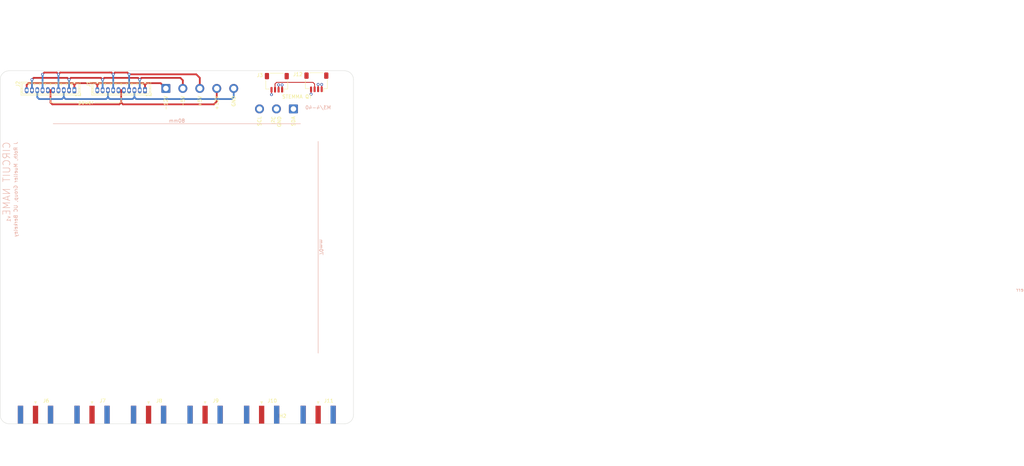
<source format=kicad_pcb>
(kicad_pcb (version 20240108) (generator "pcbnew") (generator_version "8.0")
  (layers (0 "F.Cu" signal) (1 "In1.Cu" signal) (2 "In2.Cu" signal) (31 "B.Cu" signal) (34 "B.Paste" user) (35 "F.Paste" user) (36 "B.SilkS" user "B.Silkscreen") (37 "F.SilkS" user "F.Silkscreen") (38 "B.Mask" user) (39 "F.Mask" user) (44 "Edge.Cuts" user))
  (net 0 "")
  (net 1 "GND")
  (net 2 "+5V")
  (net 3 "-5V")
  (net 4 "+12V")
  (net 5 "-12V")
  (net 6 "/I2C_SDA")
  (net 7 "/I2C_SCL")
  (net 18 "VBUS")
  (net 19 "GNDS")
  (footprint "Connector_Coaxial:SMA_Amphenol_132289_EdgeMount" (layer "F.Cu") (at 190 147.45 -90)
    (property "Reference" "J11" (at -3.96 -3 0) (layer "F.SilkS"))
    (property "Value" "Conn_Coaxial")
    (fp_line (start -3.71 0.25) (end -3.21 0) (stroke (width 0.12)) (layer "F.SilkS"))
    (fp_line (start -3.21 0) (end -3.71 -0.25) (stroke (width 0.12)) (layer "F.SilkS"))
    (fp_line (start -3.71 -0.25) (end -3.71 0.25) (stroke (width 0.12)) (layer "F.SilkS"))
    (pad "1" smd rect (at 0 0) (size 1.5 5.08) (layers "F.Cu" "F.Paste" "F.Mask"))
    (pad "2" smd rect (at 0 -4.25) (size 1.5 5.08) (layers "F.Cu" "F.Paste" "F.Mask"))
    (pad "2" smd rect (at 0 -4.25) (size 1.5 5.08) (layers "B.Cu" "B.Paste" "B.Mask"))
    (pad "2" smd rect (at 0 4.25) (size 1.5 5.08) (layers "F.Cu" "F.Paste" "F.Mask"))
    (pad "2" smd rect (at 0 4.25) (size 1.5 5.08) (layers "B.Cu" "B.Paste" "B.Mask"))
  )
  (footprint "Connector_Wire:SolderWire-0.75sqmm_1x05_P4.8mm_D1.25mm_OD2.3mm" (layer "F.Cu") (at 146.9 55)
    (property "Reference" "J4" (hide yes))
    (property "Value" "Conn_01x05")
    (pad "1" thru_hole roundrect (at 0 0) (size 2.55 2.55) (drill 1.55) (layers "*.Cu" "*.Mask") (roundrect_rratio 0.098039) (net 5 "-12V"))
    (pad "2" thru_hole circle (at 4.8 0) (size 2.55 2.55) (drill 1.55) (layers "*.Cu" "*.Mask") (net 3 "-5V"))
    (pad "3" thru_hole circle (at 9.6 0) (size 2.55 2.55) (drill 1.55) (layers "*.Cu" "*.Mask") (net 2 "+5V"))
    (pad "4" thru_hole circle (at 14.4 0) (size 2.55 2.55) (drill 1.55) (layers "*.Cu" "*.Mask") (net 4 "+12V"))
    (pad "5" thru_hole circle (at 19.2 0) (size 2.55 2.55) (drill 1.55) (layers "*.Cu" "*.Mask") (net 1 "GND"))
  )
  (footprint "Connector_JST:JST_ZH_B10B-ZR_1x10_P1.50mm_Vertical" (layer "F.Cu") (at 141 55.5 180)
    (property "Reference" "J1" (at 16 1.75 -90) (layer "F.SilkS"))
    (property "Value" "Conn_01x10_Pin")
    (fp_line (start 15.11 2.31) (end 15.11 -1.41) (stroke (width 0.12)) (layer "F.SilkS"))
    (fp_line (start 15.11 0.5) (end 14.71 0.5) (stroke (width 0.12)) (layer "F.SilkS"))
    (fp_line (start 15.11 -0.5) (end 14.71 -0.5) (stroke (width 0.12)) (layer "F.SilkS"))
    (fp_line (start 15.11 -1.41) (end -1.61 -1.41) (stroke (width 0.12)) (layer "F.SilkS"))
    (fp_line (start 14.71 1.91) (end 14.71 -1.01) (stroke (width 0.12)) (layer "F.SilkS"))
    (fp_line (start 14.71 -1.01) (end -1.21 -1.01) (stroke (width 0.12)) (layer "F.SilkS"))
    (fp_line (start 12.85 1.51) (end 12.85 1.91) (stroke (width 0.12)) (layer "F.SilkS"))
    (fp_line (start 12.75 1.91) (end 12.75 1.51) (stroke (width 0.12)) (layer "F.SilkS"))
    (fp_line (start 12.65 1.91) (end 12.65 1.51) (stroke (width 0.12)) (layer "F.SilkS"))
    (fp_line (start 12.65 1.51) (end 12.85 1.51) (stroke (width 0.12)) (layer "F.SilkS"))
    (fp_line (start 11.35 1.51) (end 11.35 1.91) (stroke (width 0.12)) (layer "F.SilkS"))
    (fp_line (start 11.25 1.91) (end 11.25 1.51) (stroke (width 0.12)) (layer "F.SilkS"))
    (fp_line (start 11.15 1.91) (end 11.15 1.51) (stroke (width 0.12)) (layer "F.SilkS"))
    (fp_line (start 11.15 1.51) (end 11.35 1.51) (stroke (width 0.12)) (layer "F.SilkS"))
    (fp_line (start 9.85 1.51) (end 9.85 1.91) (stroke (width 0.12)) (layer "F.SilkS"))
    (fp_line (start 9.75 1.91) (end 9.75 1.51) (stroke (width 0.12)) (layer "F.SilkS"))
    (fp_line (start 9.65 1.91) (end 9.65 1.51) (stroke (width 0.12)) (layer "F.SilkS"))
    (fp_line (start 9.65 1.51) (end 9.85 1.51) (stroke (width 0.12)) (layer "F.SilkS"))
    (fp_line (start 8.35 1.51) (end 8.35 1.91) (stroke (width 0.12)) (layer "F.SilkS"))
    (fp_line (start 8.25 1.91) (end 8.25 1.51) (stroke (width 0.12)) (layer "F.SilkS"))
    (fp_line (start 8.15 1.91) (end 8.15 1.51) (stroke (width 0.12)) (layer "F.SilkS"))
    (fp_line (start 8.15 1.51) (end 8.35 1.51) (stroke (width 0.12)) (layer "F.SilkS"))
    (fp_line (start 6.85 1.51) (end 6.85 1.91) (stroke (width 0.12)) (layer "F.SilkS"))
    (fp_line (start 6.75 1.91) (end 6.75 1.51) (stroke (width 0.12)) (layer "F.SilkS"))
    (fp_line (start 6.65 1.91) (end 6.65 1.51) (stroke (width 0.12)) (layer "F.SilkS"))
    (fp_line (start 6.65 1.51) (end 6.85 1.51) (stroke (width 0.12)) (layer "F.SilkS"))
    (fp_line (start 5.35 1.51) (end 5.35 1.91) (stroke (width 0.12)) (layer "F.SilkS"))
    (fp_line (start 5.25 1.91) (end 5.25 1.51) (stroke (width 0.12)) (layer "F.SilkS"))
    (fp_line (start 5.15 1.91) (end 5.15 1.51) (stroke (width 0.12)) (layer "F.SilkS"))
    (fp_line (start 5.15 1.51) (end 5.35 1.51) (stroke (width 0.12)) (layer "F.SilkS"))
    (fp_line (start 3.85 1.51) (end 3.85 1.91) (stroke (width 0.12)) (layer "F.SilkS"))
    (fp_line (start 3.75 1.91) (end 3.75 1.51) (stroke (width 0.12)) (layer "F.SilkS"))
    (fp_line (start 3.65 1.91) (end 3.65 1.51) (stroke (width 0.12)) (layer "F.SilkS"))
    (fp_line (start 3.65 1.51) (end 3.85 1.51) (stroke (width 0.12)) (layer "F.SilkS"))
    (fp_line (start 2.35 1.51) (end 2.35 1.91) (stroke (width 0.12)) (layer "F.SilkS"))
    (fp_line (start 2.25 1.91) (end 2.25 1.51) (stroke (width 0.12)) (layer "F.SilkS"))
    (fp_line (start 2.15 1.91) (end 2.15 1.51) (stroke (width 0.12)) (layer "F.SilkS"))
    (fp_line (start 2.15 1.51) (end 2.35 1.51) (stroke (width 0.12)) (layer "F.SilkS"))
    (fp_line (start 0.85 1.51) (end 0.85 1.91) (stroke (width 0.12)) (layer "F.SilkS"))
    (fp_line (start 0.75 1.91) (end 0.75 1.51) (stroke (width 0.12)) (layer "F.SilkS"))
    (fp_line (start 0.65 1.91) (end 0.65 1.51) (stroke (width 0.12)) (layer "F.SilkS"))
    (fp_line (start 0.65 1.51) (end 0.85 1.51) (stroke (width 0.12)) (layer "F.SilkS"))
    (fp_line (start -0.3 -1.41) (end -0.3 -1.61) (stroke (width 0.12)) (layer "F.SilkS"))
    (fp_line (start -0.3 -1.51) (end -0.6 -1.51) (stroke (width 0.12)) (layer "F.SilkS"))
    (fp_line (start -0.3 -1.61) (end -0.6 -1.61) (stroke (width 0.12)) (layer "F.SilkS"))
    (fp_line (start -0.6 -1.61) (end -0.6 -1.41) (stroke (width 0.12)) (layer "F.SilkS"))
    (fp_line (start -1.01 -1.61) (end -1.81 -1.61) (stroke (width 0.12)) (layer "F.SilkS"))
    (fp_line (start -1.21 1.91) (end 14.71 1.91) (stroke (width 0.12)) (layer "F.SilkS"))
    (fp_line (start -1.21 -1.01) (end -1.21 1.91) (stroke (width 0.12)) (layer "F.SilkS"))
    (fp_line (start -1.61 2.31) (end 15.11 2.31) (stroke (width 0.12)) (layer "F.SilkS"))
    (fp_line (start -1.61 0.5) (end -1.21 0.5) (stroke (width 0.12)) (layer "F.SilkS"))
    (fp_line (start -1.61 -0.5) (end -1.21 -0.5) (stroke (width 0.12)) (layer "F.SilkS"))
    (fp_line (start -1.61 -1.41) (end -1.61 2.31) (stroke (width 0.12)) (layer "F.SilkS"))
    (fp_line (start -1.81 -1.61) (end -1.81 -0.81) (stroke (width 0.12)) (layer "F.SilkS"))
    (pad "1" thru_hole roundrect (at 0 0 180) (size 1.03 1.73) (drill 0.73) (layers "*.Cu" "*.Mask") (roundrect_rratio 0.242718) (net 5 "-12V"))
    (pad "2" thru_hole oval (at 1.5 0 180) (size 1.03 1.73) (drill 0.73) (layers "*.Cu" "*.Mask") (net 3 "-5V"))
    (pad "3" thru_hole oval (at 3 0 180) (size 1.03 1.73) (drill 0.73) (layers "*.Cu" "*.Mask") (net 1 "GND"))
    (pad "4" thru_hole oval (at 4.5 0 180) (size 1.03 1.73) (drill 0.73) (layers "*.Cu" "*.Mask") (net 2 "+5V"))
    (pad "5" thru_hole oval (at 6 0 180) (size 1.03 1.73) (drill 0.73) (layers "*.Cu" "*.Mask") (net 4 "+12V"))
    (pad "6" thru_hole oval (at 7.5 0 180) (size 1.03 1.73) (drill 0.73) (layers "*.Cu" "*.Mask") (net 4 "+12V"))
    (pad "7" thru_hole oval (at 9 0 180) (size 1.03 1.73) (drill 0.73) (layers "*.Cu" "*.Mask") (net 2 "+5V"))
    (pad "8" thru_hole oval (at 10.5 0 180) (size 1.03 1.73) (drill 0.73) (layers "*.Cu" "*.Mask") (net 1 "GND"))
    (pad "9" thru_hole oval (at 12 0 180) (size 1.03 1.73) (drill 0.73) (layers "*.Cu" "*.Mask") (net 3 "-5V"))
    (pad "10" thru_hole oval (at 13.5 0 180) (size 1.03 1.73) (drill 0.73) (layers "*.Cu" "*.Mask") (net 5 "-12V"))
  )
  (footprint "MountingHole:MountingHole_3.2mm_M3" (layer "F.Cu") (at 190 135)
    (property "Reference" "H4" (hide yes))
    (property "Value" "MountingHole")
    (pad "" np_thru_hole circle (at 0 0) (size 3.2 3.2) (drill 3.2) (layers "*.Cu" "*.Mask"))
  )
  (footprint "MountingHole:MountingHole_3.2mm_M3" (layer "F.Cu") (at 110 65)
    (property "Reference" "H5" (hide yes))
    (property "Value" "MountingHole")
    (pad "" np_thru_hole circle (at 0 0) (size 3.2 3.2) (drill 3.2) (layers "*.Cu" "*.Mask"))
  )
  (footprint "Connector_Coaxial:SMA_Amphenol_132289_EdgeMount" (layer "F.Cu") (at 142 147.45 -90)
    (property "Reference" "J8" (at -3.96 -3 0) (layer "F.SilkS"))
    (property "Value" "Conn_Coaxial")
    (fp_line (start -3.71 0.25) (end -3.21 0) (stroke (width 0.12)) (layer "F.SilkS"))
    (fp_line (start -3.21 0) (end -3.71 -0.25) (stroke (width 0.12)) (layer "F.SilkS"))
    (fp_line (start -3.71 -0.25) (end -3.71 0.25) (stroke (width 0.12)) (layer "F.SilkS"))
    (pad "1" smd rect (at 0 0) (size 1.5 5.08) (layers "F.Cu" "F.Paste" "F.Mask"))
    (pad "2" smd rect (at 0 -4.25) (size 1.5 5.08) (layers "F.Cu" "F.Paste" "F.Mask"))
    (pad "2" smd rect (at 0 -4.25) (size 1.5 5.08) (layers "B.Cu" "B.Paste" "B.Mask"))
    (pad "2" smd rect (at 0 4.25) (size 1.5 5.08) (layers "F.Cu" "F.Paste" "F.Mask"))
    (pad "2" smd rect (at 0 4.25) (size 1.5 5.08) (layers "B.Cu" "B.Paste" "B.Mask"))
  )
  (footprint "Connector_JST:JST_SH_SM04B-SRSS-TB_1x04-1MP_P1.00mm_Horizontal" (layer "F.Cu") (at 178.3 53.375 180)
    (property "Reference" "J3" (at 4.8 2.125 180) (layer "F.SilkS"))
    (property "Value" "Conn_01x04_Pin")
    (fp_line (start 3.11 0.715) (end 3.11 -1.785) (stroke (width 0.12)) (layer "F.SilkS"))
    (fp_line (start 3.11 -1.785) (end 2.06 -1.785) (stroke (width 0.12)) (layer "F.SilkS"))
    (fp_line (start -1.94 2.685) (end 1.94 2.685) (stroke (width 0.12)) (layer "F.SilkS"))
    (fp_line (start -2.06 -1.785) (end -2.06 -2.775) (stroke (width 0.12)) (layer "F.SilkS"))
    (fp_line (start -3.11 0.715) (end -3.11 -1.785) (stroke (width 0.12)) (layer "F.SilkS"))
    (fp_line (start -3.11 -1.785) (end -2.06 -1.785) (stroke (width 0.12)) (layer "F.SilkS"))
    (pad "1" smd roundrect (at -1.5 -2 180) (size 0.6 1.55) (layers "F.Cu" "F.Paste" "F.Mask") (net 7 "/I2C_SCL"))
    (pad "2" smd roundrect (at -0.5 -2 180) (size 0.6 1.55) (layers "F.Cu" "F.Paste" "F.Mask") (net 6 "/I2C_SDA"))
    (pad "3" smd roundrect (at 0.5 -2 180) (size 0.6 1.55) (layers "F.Cu" "F.Paste" "F.Mask") (net 18 "VBUS"))
    (pad "4" smd roundrect (at 1.5 -2 180) (size 0.6 1.55) (layers "F.Cu" "F.Paste" "F.Mask") (net 19 "GNDS"))
    (pad "MP" smd roundrect (at -2.8 1.875 180) (size 1.2 1.8) (layers "F.Cu" "F.Paste" "F.Mask") (roundrect_rratio 0.208333))
    (pad "MP" smd roundrect (at 2.8 1.875 180) (size 1.2 1.8) (layers "F.Cu" "F.Paste" "F.Mask") (roundrect_rratio 0.208333))
  )
  (footprint "MountingHole:MountingHole_3.2mm_M3" (layer "F.Cu") (at 190 65)
    (property "Reference" "H6" (hide yes))
    (property "Value" "MountingHole")
    (pad "" np_thru_hole circle (at 0 0) (size 3.2 3.2) (drill 3.2) (layers "*.Cu" "*.Mask"))
  )
  (footprint "MountingHole:MountingHole_3.2mm_M3" (layer "F.Cu") (at 110 135)
    (property "Reference" "H3" (hide yes))
    (property "Value" "MountingHole")
    (pad "" np_thru_hole circle (at 0 0) (size 3.2 3.2) (drill 3.2) (layers "*.Cu" "*.Mask"))
  )
  (footprint "matterwaves:Keystone 621" (layer "F.Cu") (at 180 143.6 180)
    (property "Reference" "H2" (at 0 -4.2 180) (layer "F.SilkS"))
    (property "Value" "Keystone Electronics 621")
    (pad "" np_thru_hole circle (at 0 0 180) (size 3.2 3.2) (drill 3.2) (layers "*.Cu" "*.Mask"))
  )
  (footprint "Connector_Coaxial:SMA_Amphenol_132289_EdgeMount" (layer "F.Cu") (at 126 147.45 -90)
    (property "Reference" "J7" (at -3.96 -3 0) (layer "F.SilkS"))
    (property "Value" "Conn_Coaxial")
    (fp_line (start -3.71 0.25) (end -3.21 0) (stroke (width 0.12)) (layer "F.SilkS"))
    (fp_line (start -3.21 0) (end -3.71 -0.25) (stroke (width 0.12)) (layer "F.SilkS"))
    (fp_line (start -3.71 -0.25) (end -3.71 0.25) (stroke (width 0.12)) (layer "F.SilkS"))
    (pad "1" smd rect (at 0 0) (size 1.5 5.08) (layers "F.Cu" "F.Paste" "F.Mask"))
    (pad "2" smd rect (at 0 -4.25) (size 1.5 5.08) (layers "F.Cu" "F.Paste" "F.Mask"))
    (pad "2" smd rect (at 0 -4.25) (size 1.5 5.08) (layers "B.Cu" "B.Paste" "B.Mask"))
    (pad "2" smd rect (at 0 4.25) (size 1.5 5.08) (layers "F.Cu" "F.Paste" "F.Mask"))
    (pad "2" smd rect (at 0 4.25) (size 1.5 5.08) (layers "B.Cu" "B.Paste" "B.Mask"))
  )
  (footprint "Connector_JST:JST_ZH_B10B-ZR_1x10_P1.50mm_Vertical" (layer "F.Cu") (at 121 55.5 180)
    (property "Reference" "J2" (at 16 1.75 -90) (layer "F.SilkS"))
    (property "Value" "Conn_01x10_Pin")
    (fp_line (start 15.11 2.31) (end 15.11 -1.41) (stroke (width 0.12)) (layer "F.SilkS"))
    (fp_line (start 15.11 0.5) (end 14.71 0.5) (stroke (width 0.12)) (layer "F.SilkS"))
    (fp_line (start 15.11 -0.5) (end 14.71 -0.5) (stroke (width 0.12)) (layer "F.SilkS"))
    (fp_line (start 15.11 -1.41) (end -1.61 -1.41) (stroke (width 0.12)) (layer "F.SilkS"))
    (fp_line (start 14.71 1.91) (end 14.71 -1.01) (stroke (width 0.12)) (layer "F.SilkS"))
    (fp_line (start 14.71 -1.01) (end -1.21 -1.01) (stroke (width 0.12)) (layer "F.SilkS"))
    (fp_line (start 12.85 1.51) (end 12.85 1.91) (stroke (width 0.12)) (layer "F.SilkS"))
    (fp_line (start 12.75 1.91) (end 12.75 1.51) (stroke (width 0.12)) (layer "F.SilkS"))
    (fp_line (start 12.65 1.91) (end 12.65 1.51) (stroke (width 0.12)) (layer "F.SilkS"))
    (fp_line (start 12.65 1.51) (end 12.85 1.51) (stroke (width 0.12)) (layer "F.SilkS"))
    (fp_line (start 11.35 1.51) (end 11.35 1.91) (stroke (width 0.12)) (layer "F.SilkS"))
    (fp_line (start 11.25 1.91) (end 11.25 1.51) (stroke (width 0.12)) (layer "F.SilkS"))
    (fp_line (start 11.15 1.91) (end 11.15 1.51) (stroke (width 0.12)) (layer "F.SilkS"))
    (fp_line (start 11.15 1.51) (end 11.35 1.51) (stroke (width 0.12)) (layer "F.SilkS"))
    (fp_line (start 9.85 1.51) (end 9.85 1.91) (stroke (width 0.12)) (layer "F.SilkS"))
    (fp_line (start 9.75 1.91) (end 9.75 1.51) (stroke (width 0.12)) (layer "F.SilkS"))
    (fp_line (start 9.65 1.91) (end 9.65 1.51) (stroke (width 0.12)) (layer "F.SilkS"))
    (fp_line (start 9.65 1.51) (end 9.85 1.51) (stroke (width 0.12)) (layer "F.SilkS"))
    (fp_line (start 8.35 1.51) (end 8.35 1.91) (stroke (width 0.12)) (layer "F.SilkS"))
    (fp_line (start 8.25 1.91) (end 8.25 1.51) (stroke (width 0.12)) (layer "F.SilkS"))
    (fp_line (start 8.15 1.91) (end 8.15 1.51) (stroke (width 0.12)) (layer "F.SilkS"))
    (fp_line (start 8.15 1.51) (end 8.35 1.51) (stroke (width 0.12)) (layer "F.SilkS"))
    (fp_line (start 6.85 1.51) (end 6.85 1.91) (stroke (width 0.12)) (layer "F.SilkS"))
    (fp_line (start 6.75 1.91) (end 6.75 1.51) (stroke (width 0.12)) (layer "F.SilkS"))
    (fp_line (start 6.65 1.91) (end 6.65 1.51) (stroke (width 0.12)) (layer "F.SilkS"))
    (fp_line (start 6.65 1.51) (end 6.85 1.51) (stroke (width 0.12)) (layer "F.SilkS"))
    (fp_line (start 5.35 1.51) (end 5.35 1.91) (stroke (width 0.12)) (layer "F.SilkS"))
    (fp_line (start 5.25 1.91) (end 5.25 1.51) (stroke (width 0.12)) (layer "F.SilkS"))
    (fp_line (start 5.15 1.91) (end 5.15 1.51) (stroke (width 0.12)) (layer "F.SilkS"))
    (fp_line (start 5.15 1.51) (end 5.35 1.51) (stroke (width 0.12)) (layer "F.SilkS"))
    (fp_line (start 3.85 1.51) (end 3.85 1.91) (stroke (width 0.12)) (layer "F.SilkS"))
    (fp_line (start 3.75 1.91) (end 3.75 1.51) (stroke (width 0.12)) (layer "F.SilkS"))
    (fp_line (start 3.65 1.91) (end 3.65 1.51) (stroke (width 0.12)) (layer "F.SilkS"))
    (fp_line (start 3.65 1.51) (end 3.85 1.51) (stroke (width 0.12)) (layer "F.SilkS"))
    (fp_line (start 2.35 1.51) (end 2.35 1.91) (stroke (width 0.12)) (layer "F.SilkS"))
    (fp_line (start 2.25 1.91) (end 2.25 1.51) (stroke (width 0.12)) (layer "F.SilkS"))
    (fp_line (start 2.15 1.91) (end 2.15 1.51) (stroke (width 0.12)) (layer "F.SilkS"))
    (fp_line (start 2.15 1.51) (end 2.35 1.51) (stroke (width 0.12)) (layer "F.SilkS"))
    (fp_line (start 0.85 1.51) (end 0.85 1.91) (stroke (width 0.12)) (layer "F.SilkS"))
    (fp_line (start 0.75 1.91) (end 0.75 1.51) (stroke (width 0.12)) (layer "F.SilkS"))
    (fp_line (start 0.65 1.91) (end 0.65 1.51) (stroke (width 0.12)) (layer "F.SilkS"))
    (fp_line (start 0.65 1.51) (end 0.85 1.51) (stroke (width 0.12)) (layer "F.SilkS"))
    (fp_line (start -0.3 -1.41) (end -0.3 -1.61) (stroke (width 0.12)) (layer "F.SilkS"))
    (fp_line (start -0.3 -1.51) (end -0.6 -1.51) (stroke (width 0.12)) (layer "F.SilkS"))
    (fp_line (start -0.3 -1.61) (end -0.6 -1.61) (stroke (width 0.12)) (layer "F.SilkS"))
    (fp_line (start -0.6 -1.61) (end -0.6 -1.41) (stroke (width 0.12)) (layer "F.SilkS"))
    (fp_line (start -1.01 -1.61) (end -1.81 -1.61) (stroke (width 0.12)) (layer "F.SilkS"))
    (fp_line (start -1.21 1.91) (end 14.71 1.91) (stroke (width 0.12)) (layer "F.SilkS"))
    (fp_line (start -1.21 -1.01) (end -1.21 1.91) (stroke (width 0.12)) (layer "F.SilkS"))
    (fp_line (start -1.61 2.31) (end 15.11 2.31) (stroke (width 0.12)) (layer "F.SilkS"))
    (fp_line (start -1.61 0.5) (end -1.21 0.5) (stroke (width 0.12)) (layer "F.SilkS"))
    (fp_line (start -1.61 -0.5) (end -1.21 -0.5) (stroke (width 0.12)) (layer "F.SilkS"))
    (fp_line (start -1.61 -1.41) (end -1.61 2.31) (stroke (width 0.12)) (layer "F.SilkS"))
    (fp_line (start -1.81 -1.61) (end -1.81 -0.81) (stroke (width 0.12)) (layer "F.SilkS"))
    (pad "1" thru_hole roundrect (at 0 0 180) (size 1.03 1.73) (drill 0.73) (layers "*.Cu" "*.Mask") (roundrect_rratio 0.242718) (net 5 "-12V"))
    (pad "2" thru_hole oval (at 1.5 0 180) (size 1.03 1.73) (drill 0.73) (layers "*.Cu" "*.Mask") (net 3 "-5V"))
    (pad "3" thru_hole oval (at 3 0 180) (size 1.03 1.73) (drill 0.73) (layers "*.Cu" "*.Mask") (net 1 "GND"))
    (pad "4" thru_hole oval (at 4.5 0 180) (size 1.03 1.73) (drill 0.73) (layers "*.Cu" "*.Mask") (net 2 "+5V"))
    (pad "5" thru_hole oval (at 6 0 180) (size 1.03 1.73) (drill 0.73) (layers "*.Cu" "*.Mask") (net 4 "+12V"))
    (pad "6" thru_hole oval (at 7.5 0 180) (size 1.03 1.73) (drill 0.73) (layers "*.Cu" "*.Mask") (net 4 "+12V"))
    (pad "7" thru_hole oval (at 9 0 180) (size 1.03 1.73) (drill 0.73) (layers "*.Cu" "*.Mask") (net 2 "+5V"))
    (pad "8" thru_hole oval (at 10.5 0 180) (size 1.03 1.73) (drill 0.73) (layers "*.Cu" "*.Mask") (net 1 "GND"))
    (pad "9" thru_hole oval (at 12 0 180) (size 1.03 1.73) (drill 0.73) (layers "*.Cu" "*.Mask") (net 3 "-5V"))
    (pad "10" thru_hole oval (at 13.5 0 180) (size 1.03 1.73) (drill 0.73) (layers "*.Cu" "*.Mask") (net 5 "-12V"))
  )
  (footprint "Connector_Wire:SolderWire-0.75sqmm_1x03_P4.8mm_D1.25mm_OD2.3mm" (layer "F.Cu") (at 183 60.8 180)
    (property "Reference" "J5" (hide yes))
    (property "Value" "Conn_01x03")
    (pad "1" thru_hole roundrect (at 0 0 180) (size 2.55 2.55) (drill 1.55) (layers "*.Cu" "*.Mask") (roundrect_rratio 0.098039) (net 6 "/I2C_SDA"))
    (pad "2" thru_hole circle (at 4.8 0 180) (size 2.55 2.55) (drill 1.55) (layers "*.Cu" "*.Mask") (net 19 "GNDS"))
    (pad "3" thru_hole circle (at 9.6 0 180) (size 2.55 2.55) (drill 1.55) (layers "*.Cu" "*.Mask") (net 7 "/I2C_SCL"))
  )
  (footprint "Connector_Coaxial:SMA_Amphenol_132289_EdgeMount" (layer "F.Cu") (at 158 147.45 -90)
    (property "Reference" "J9" (at -3.96 -3 0) (layer "F.SilkS"))
    (property "Value" "Conn_Coaxial")
    (fp_line (start -3.71 0.25) (end -3.21 0) (stroke (width 0.12)) (layer "F.SilkS"))
    (fp_line (start -3.21 0) (end -3.71 -0.25) (stroke (width 0.12)) (layer "F.SilkS"))
    (fp_line (start -3.71 -0.25) (end -3.71 0.25) (stroke (width 0.12)) (layer "F.SilkS"))
    (pad "1" smd rect (at 0 0) (size 1.5 5.08) (layers "F.Cu" "F.Paste" "F.Mask"))
    (pad "2" smd rect (at 0 -4.25) (size 1.5 5.08) (layers "F.Cu" "F.Paste" "F.Mask"))
    (pad "2" smd rect (at 0 -4.25) (size 1.5 5.08) (layers "B.Cu" "B.Paste" "B.Mask"))
    (pad "2" smd rect (at 0 4.25) (size 1.5 5.08) (layers "F.Cu" "F.Paste" "F.Mask"))
    (pad "2" smd rect (at 0 4.25) (size 1.5 5.08) (layers "B.Cu" "B.Paste" "B.Mask"))
  )
  (footprint "matterwaves:Keystone 621" (layer "F.Cu") (at 120 143.6 180)
    (property "Reference" "H1" (hide yes))
    (property "Value" "Keystone Electronics 621")
    (pad "" np_thru_hole circle (at 0 0 180) (size 3.2 3.2) (drill 3.2) (layers "*.Cu" "*.Mask"))
  )
  (footprint "Connector_JST:JST_SH_SM04B-SRSS-TB_1x04-1MP_P1.00mm_Horizontal" (layer "F.Cu") (at 189.5 53.25 180)
    (property "Reference" "J12" (at 5.25 2.25 180) (layer "F.SilkS"))
    (property "Value" "Conn_01x04_Pin")
    (fp_line (start 3.11 0.715) (end 3.11 -1.785) (stroke (width 0.12)) (layer "F.SilkS"))
    (fp_line (start 3.11 -1.785) (end 2.06 -1.785) (stroke (width 0.12)) (layer "F.SilkS"))
    (fp_line (start -1.94 2.685) (end 1.94 2.685) (stroke (width 0.12)) (layer "F.SilkS"))
    (fp_line (start -2.06 -1.785) (end -2.06 -2.775) (stroke (width 0.12)) (layer "F.SilkS"))
    (fp_line (start -3.11 0.715) (end -3.11 -1.785) (stroke (width 0.12)) (layer "F.SilkS"))
    (fp_line (start -3.11 -1.785) (end -2.06 -1.785) (stroke (width 0.12)) (layer "F.SilkS"))
    (pad "1" smd roundrect (at -1.5 -2 180) (size 0.6 1.55) (layers "F.Cu" "F.Paste" "F.Mask") (net 7 "/I2C_SCL"))
    (pad "2" smd roundrect (at -0.5 -2 180) (size 0.6 1.55) (layers "F.Cu" "F.Paste" "F.Mask") (net 6 "/I2C_SDA"))
    (pad "3" smd roundrect (at 0.5 -2 180) (size 0.6 1.55) (layers "F.Cu" "F.Paste" "F.Mask") (net 18 "VBUS"))
    (pad "4" smd roundrect (at 1.5 -2 180) (size 0.6 1.55) (layers "F.Cu" "F.Paste" "F.Mask") (net 19 "GNDS"))
    (pad "MP" smd roundrect (at -2.8 1.875 180) (size 1.2 1.8) (layers "F.Cu" "F.Paste" "F.Mask") (roundrect_rratio 0.208333))
    (pad "MP" smd roundrect (at 2.8 1.875 180) (size 1.2 1.8) (layers "F.Cu" "F.Paste" "F.Mask") (roundrect_rratio 0.208333))
  )
  (footprint "Connector_Coaxial:SMA_Amphenol_132289_EdgeMount" (layer "F.Cu") (at 174 147.45 -90)
    (property "Reference" "J10" (at -3.96 -3 0) (layer "F.SilkS"))
    (property "Value" "Conn_Coaxial")
    (fp_line (start -3.71 0.25) (end -3.21 0) (stroke (width 0.12)) (layer "F.SilkS"))
    (fp_line (start -3.21 0) (end -3.71 -0.25) (stroke (width 0.12)) (layer "F.SilkS"))
    (fp_line (start -3.71 -0.25) (end -3.71 0.25) (stroke (width 0.12)) (layer "F.SilkS"))
    (pad "1" smd rect (at 0 0) (size 1.5 5.08) (layers "F.Cu" "F.Paste" "F.Mask"))
    (pad "2" smd rect (at 0 -4.25) (size 1.5 5.08) (layers "F.Cu" "F.Paste" "F.Mask"))
    (pad "2" smd rect (at 0 -4.25) (size 1.5 5.08) (layers "B.Cu" "B.Paste" "B.Mask"))
    (pad "2" smd rect (at 0 4.25) (size 1.5 5.08) (layers "F.Cu" "F.Paste" "F.Mask"))
    (pad "2" smd rect (at 0 4.25) (size 1.5 5.08) (layers "B.Cu" "B.Paste" "B.Mask"))
  )
  (footprint "Connector_Coaxial:SMA_Amphenol_132289_EdgeMount" (layer "F.Cu") (at 110 147.45 -90)
    (property "Reference" "J6" (at -3.96 -3 0) (layer "F.SilkS"))
    (property "Value" "Conn_Coaxial")
    (fp_line (start -3.71 0.25) (end -3.21 0) (stroke (width 0.12)) (layer "F.SilkS"))
    (fp_line (start -3.21 0) (end -3.71 -0.25) (stroke (width 0.12)) (layer "F.SilkS"))
    (fp_line (start -3.71 -0.25) (end -3.71 0.25) (stroke (width 0.12)) (layer "F.SilkS"))
    (pad "1" smd rect (at 0 0) (size 1.5 5.08) (layers "F.Cu" "F.Paste" "F.Mask"))
    (pad "2" smd rect (at 0 -4.25) (size 1.5 5.08) (layers "F.Cu" "F.Paste" "F.Mask"))
    (pad "2" smd rect (at 0 -4.25) (size 1.5 5.08) (layers "B.Cu" "B.Paste" "B.Mask"))
    (pad "2" smd rect (at 0 4.25) (size 1.5 5.08) (layers "F.Cu" "F.Paste" "F.Mask"))
    (pad "2" smd rect (at 0 4.25) (size 1.5 5.08) (layers "B.Cu" "B.Paste" "B.Mask"))
  )
  (gr_line (start 190 70) (end 190 130) (stroke (width 0.15)) (layer "B.SilkS"))
  (gr_line (start 115 65) (end 185 65) (stroke (width 0.15)) (layer "B.SilkS"))
  (gr_line (start 134.25 59) (end 134.25 57.5) (stroke (width 0.15)) (layer "F.SilkS"))
  (gr_line (start 126.75 59) (end 134.25 59) (stroke (width 0.15)) (layer "F.SilkS"))
  (gr_line (start 114.25 59) (end 114.25 57.5) (stroke (width 0.15)) (layer "F.SilkS"))
  (gr_line (start 121.75 59) (end 114.25 59) (stroke (width 0.15)) (layer "F.SilkS"))
  (gr_line (start 102.5 150) (end 197.5 150) (stroke (width 0.1)) (layer "Edge.Cuts"))
  (gr_arc (start 100 52.5) (mid 100.732233 50.732233) (end 102.5 50) (stroke (width 0.1)) (layer "Edge.Cuts"))
  (gr_arc (start 197.5 50) (mid 199.267767 50.732233) (end 200 52.5) (stroke (width 0.1)) (layer "Edge.Cuts"))
  (gr_arc (start 102.5 150) (mid 100.732233 149.267767) (end 100 147.5) (stroke (width 0.1)) (layer "Edge.Cuts"))
  (gr_line (start 197.5 50) (end 102.5 50) (stroke (width 0.1)) (layer "Edge.Cuts"))
  (gr_line (start 200 52.5) (end 200 147.5) (stroke (width 0.1)) (layer "Edge.Cuts"))
  (gr_line (start 100 52.5) (end 100 147.5) (stroke (width 0.1)) (layer "Edge.Cuts"))
  (gr_arc (start 200 147.5) (mid 199.267767 149.267767) (end 197.5 150) (stroke (width 0.1)) (layer "Edge.Cuts"))
  (gr_text "err" (at 388.62 112.075 0) (layer "B.SilkS") (effects (font (size 1 1)) (justify mirror)))
  (gr_text "v1" (at 103 91 90) (layer "B.SilkS") (effects (font (size 1 1)) (justify left bottom mirror)))
  (gr_text "CIRCUIT NAME" (at 103 70 90) (layer "B.SilkS") (effects (font (size 2 2)) (justify left bottom mirror)))
  (gr_text "J Roth, Mueller Group, UC Berkeley" (at 105 70 90) (layer "B.SilkS") (effects (font (size 1 1)) (justify left bottom mirror)))
  (gr_text "M3/4-40" (at 190 61 0) (layer "B.SilkS") (effects (font (size 1 1)) (justify bottom mirror)))
  (gr_text "70mm" (at 190.25 100 270) (layer "B.SilkS") (effects (font (size 1 1)) (justify bottom mirror)))
  (gr_text "80mm" (at 150 64.75 0) (layer "B.SilkS") (effects (font (size 1 1)) (justify bottom mirror)))
  (gr_text "power" (at 124.25 59 0) (layer "F.SilkS") (effects (font (size 1 1))))
  (gr_text "-5V" (at 151.7 57 90) (layer "F.SilkS") (effects (font (size 1 1)) (justify right)))
  (gr_text "-12V" (at 146.9 57 90) (layer "F.SilkS") (effects (font (size 1 1)) (justify right)))
  (gr_text "+5V" (at 156.5 57 90) (layer "F.SilkS") (effects (font (size 1 1)) (justify right)))
  (gr_text "STEMMA QT" (at 184 56.75 0) (layer "F.SilkS") (effects (font (size 1 1)) (justify top)))
  (gr_text "+12V" (at 161.3 57 90) (layer "F.SilkS") (effects (font (size 1 1)) (justify right)))
  (gr_text "GND" (at 166.1 57 90) (layer "F.SilkS") (effects (font (size 1 1)) (justify right)))
  (gr_text "SCL" (at 173.4 62.8 90) (layer "F.SilkS") (effects (font (size 1 1)) (justify right)))
  (gr_text "I^{2}C\nGND" (at 178.2 62.8 90) (layer "F.SilkS") (effects (font (size 1 1)) (justify right)))
  (gr_text "SDA" (at 183 62.8 90) (layer "F.SilkS") (effects (font (size 1 1)) (justify right)))
  (segment (start 165.5 58) (end 166.1 57.4) (width 0.5) (layer "B.Cu") (net 1))
  (segment (start 118 57.5) (end 118.5 58) (width 0.5) (layer "B.Cu") (net 1))
  (segment (start 110.5 57.5) (end 111 58) (width 0.5) (layer "B.Cu") (net 1))
  (segment (start 130.5 57.5) (end 131 58) (width 0.5) (layer "B.Cu") (net 1))
  (segment (start 117.5 58) (end 118 57.5) (width 0.5) (layer "B.Cu") (net 1))
  (segment (start 118.5 58) (end 130 58) (width 0.5) (layer "B.Cu") (net 1))
  (segment (start 110.5 55.5) (end 110.5 57.5) (width 0.5) (layer "B.Cu") (net 1))
  (segment (start 138 57.5) (end 138.5 58) (width 0.5) (layer "B.Cu") (net 1))
  (segment (start 137.5 58) (end 138 57.5) (width 0.5) (layer "B.Cu") (net 1))
  (segment (start 130.5 55.5) (end 130.5 57.5) (width 0.5) (layer "B.Cu") (net 1))
  (segment (start 130 58) (end 130.5 57.5) (width 0.5) (layer "B.Cu") (net 1))
  (segment (start 138 55.5) (end 138 57.5) (width 0.5) (layer "B.Cu") (net 1))
  (segment (start 138.5 58) (end 165.5 58) (width 0.5) (layer "B.Cu") (net 1))
  (segment (start 131 58) (end 137.5 58) (width 0.5) (layer "B.Cu") (net 1))
  (segment (start 166.1 57.4) (end 166.1 55) (width 0.5) (layer "B.Cu") (net 1))
  (segment (start 111 58) (end 117.5 58) (width 0.5) (layer "B.Cu") (net 1))
  (segment (start 118 55.5) (end 118 57.5) (width 0.5) (layer "B.Cu") (net 1))
  (segment (start 156.5 55) (end 156.5 52) (width 0.5) (layer "F.Cu") (net 2))
  (segment (start 131.5 50.5) (end 131 50.5) (width 0.5) (layer "F.Cu") (net 2))
  (segment (start 117 50.5) (end 116.5 51) (width 0.5) (layer "F.Cu") (net 2))
  (segment (start 132.5 50.5) (end 132 51) (width 0.5) (layer "F.Cu") (net 2))
  (segment (start 156.5 52) (end 155.5 51) (width 0.5) (layer "F.Cu") (net 2))
  (segment (start 155.5 51) (end 136.5 51) (width 0.5) (layer "F.Cu") (net 2))
  (segment (start 136.5 51) (end 136 50.5) (width 0.5) (layer "F.Cu") (net 2))
  (segment (start 131 50.5) (end 117 50.5) (width 0.5) (layer "F.Cu") (net 2))
  (segment (start 112.5 50.5) (end 112 51) (width 0.5) (layer "F.Cu") (net 2))
  (segment (start 116 50.5) (end 112.5 50.5) (width 0.5) (layer "F.Cu") (net 2))
  (segment (start 116.5 51) (end 116 50.5) (width 0.5) (layer "F.Cu") (net 2))
  (segment (start 132 51) (end 131.5 50.5) (width 0.5) (layer "F.Cu") (net 2))
  (segment (start 136 50.5) (end 132.5 50.5) (width 0.5) (layer "F.Cu") (net 2))
  (via (at 136.5 51) (size 0.8) (drill 0.4) (layers "F.Cu" "B.Cu") (net 2))
  (via (at 112 51) (size 0.8) (drill 0.4) (layers "F.Cu" "B.Cu") (net 2))
  (via (at 116.5 51) (size 0.8) (drill 0.4) (layers "F.Cu" "B.Cu") (net 2))
  (via (at 132 51) (size 0.8) (drill 0.4) (layers "F.Cu" "B.Cu") (net 2))
  (segment (start 116.5 51) (end 116.5 55.5) (width 0.5) (layer "B.Cu") (net 2))
  (segment (start 136.5 51) (end 136.5 55.5) (width 0.5) (layer "B.Cu") (net 2))
  (segment (start 112 51) (end 112 55.5) (width 0.5) (layer "B.Cu") (net 2))
  (segment (start 132 51) (end 132 55.5) (width 0.5) (layer "B.Cu") (net 2))
  (segment (start 151 52) (end 140 52) (width 0.5) (layer "F.Cu") (net 3))
  (segment (start 120 52) (end 119.5 52.5) (width 0.5) (layer "F.Cu") (net 3))
  (segment (start 151.7 52.7) (end 151.7 55) (width 0.5) (layer "F.Cu") (net 3))
  (segment (start 128.5 52) (end 120 52) (width 0.5) (layer "F.Cu") (net 3))
  (segment (start 140 52) (end 139.5 52.5) (width 0.5) (layer "F.Cu") (net 3))
  (segment (start 119.5 52.5) (end 119 52) (width 0.5) (layer "F.Cu") (net 3))
  (segment (start 129 52.5) (end 128.5 52) (width 0.5) (layer "F.Cu") (net 3))
  (segment (start 109.5 52) (end 109 52.5) (width 0.5) (layer "F.Cu") (net 3))
  (segment (start 151.7 52.7) (end 151 52) (width 0.5) (layer "F.Cu") (net 3))
  (segment (start 119 52) (end 109.5 52) (width 0.5) (layer "F.Cu") (net 3))
  (segment (start 129.5 52) (end 129 52.5) (width 0.5) (layer "F.Cu") (net 3))
  (segment (start 139.5 52.5) (end 139 52) (width 0.5) (layer "F.Cu") (net 3))
  (segment (start 139 52) (end 129.5 52) (width 0.5) (layer "F.Cu") (net 3))
  (via (at 129 52.5) (size 0.8) (drill 0.4) (layers "F.Cu" "B.Cu") (net 3))
  (via (at 109 52.5) (size 0.8) (drill 0.4) (layers "F.Cu" "B.Cu") (net 3))
  (via (at 119.5 52.5) (size 0.8) (drill 0.4) (layers "F.Cu" "B.Cu") (net 3))
  (via (at 139.5 52.5) (size 0.8) (drill 0.4) (layers "F.Cu" "B.Cu") (net 3))
  (segment (start 129 52.5) (end 129 55.5) (width 0.5) (layer "B.Cu") (net 3))
  (segment (start 139.5 52.5) (end 139.5 55.5) (width 0.5) (layer "B.Cu") (net 3))
  (segment (start 119.5 52.5) (end 119.5 55.5) (width 0.5) (layer "B.Cu") (net 3))
  (segment (start 109 52.5) (end 109 55.5) (width 0.5) (layer "B.Cu") (net 3))
  (segment (start 114.25 55.5) (end 115 55.5) (width 0.5) (layer "F.Cu") (net 4))
  (segment (start 114.25 55.5) (end 114.25 59) (width 0.5) (layer "F.Cu") (net 4))
  (segment (start 114.75 59.5) (end 133.75 59.5) (width 0.5) (layer "F.Cu") (net 4))
  (segment (start 133.75 59.5) (end 134.25 59) (width 0.5) (layer "F.Cu") (net 4))
  (segment (start 113.5 55.5) (end 114.25 55.5) (width 0.5) (layer "F.Cu") (net 4))
  (segment (start 161.3 58.7) (end 161.3 55) (width 0.5) (layer "F.Cu") (net 4))
  (segment (start 134.25 55.5) (end 134.25 59) (width 0.5) (layer "F.Cu") (net 4))
  (segment (start 160.5 59.5) (end 161.3 58.7) (width 0.5) (layer "F.Cu") (net 4))
  (segment (start 134.75 59.5) (end 160.5 59.5) (width 0.5) (layer "F.Cu") (net 4))
  (segment (start 114.25 59) (end 114.75 59.5) (width 0.5) (layer "F.Cu") (net 4))
  (segment (start 134.25 59) (end 134.75 59.5) (width 0.5) (layer "F.Cu") (net 4))
  (segment (start 133.5 55.5) (end 134.25 55.5) (width 0.5) (layer "F.Cu") (net 4))
  (segment (start 134.25 55.5) (end 135 55.5) (width 0.5) (layer "F.Cu") (net 4))
  (segment (start 127.5 54) (end 127.5 55.5) (width 0.5) (layer "F.Cu") (net 5))
  (segment (start 140.5 53.5) (end 141 54) (width 0.5) (layer "F.Cu") (net 5))
  (segment (start 141 54) (end 141 55.5) (width 0.5) (layer "F.Cu") (net 5))
  (segment (start 121 54) (end 121 55.5) (width 0.5) (layer "F.Cu") (net 5))
  (segment (start 107.5 54) (end 107.5 55.5) (width 0.5) (layer "F.Cu") (net 5))
  (segment (start 127 53.5) (end 127.5 54) (width 0.5) (layer "F.Cu") (net 5))
  (segment (start 120.5 53.5) (end 121 54) (width 0.5) (layer "F.Cu") (net 5))
  (segment (start 108 53.5) (end 120.5 53.5) (width 0.5) (layer "F.Cu") (net 5))
  (segment (start 128 53.5) (end 140.5 53.5) (width 0.5) (layer "F.Cu") (net 5))
  (segment (start 121.5 53.5) (end 127 53.5) (width 0.5) (layer "F.Cu") (net 5))
  (segment (start 121 54) (end 121.5 53.5) (width 0.5) (layer "F.Cu") (net 5))
  (segment (start 141 54) (end 141.5 53.5) (width 0.5) (layer "F.Cu") (net 5))
  (segment (start 107.5 54) (end 108 53.5) (width 0.5) (layer "F.Cu") (net 5))
  (segment (start 145.4 53.5) (end 146.9 55) (width 0.5) (layer "F.Cu") (net 5))
  (segment (start 141.5 53.5) (end 145.4 53.5) (width 0.5) (layer "F.Cu") (net 5))
  (segment (start 127.5 54) (end 128 53.5) (width 0.5) (layer "F.Cu") (net 5))
  (segment (start 190 53.875) (end 190 55.25) (width 0.25) (layer "F.Cu") (net 6))
  (segment (start 178.8 54) (end 178.8 55.375) (width 0.25) (layer "F.Cu") (net 6))
  (via (at 178.8 54) (size 0.8) (drill 0.4) (layers "F.Cu" "B.Cu") (net 6))
  (via (at 190 53.875) (size 0.8) (drill 0.4) (layers "F.Cu" "B.Cu") (net 6))
  (segment (start 179.8 54) (end 179.8 55.375) (width 0.25) (layer "F.Cu") (net 7))
  (segment (start 191 53.875) (end 191 55.25) (width 0.25) (layer "F.Cu") (net 7))
  (via (at 179.8 54) (size 0.8) (drill 0.4) (layers "F.Cu" "B.Cu") (net 7))
  (via (at 191 53.875) (size 0.8) (drill 0.4) (layers "F.Cu" "B.Cu") (net 7))
  (segment (start 188.525 53.275) (end 189 53.75) (width 0.25) (layer "F.Cu") (net 18))
  (segment (start 189 53.75) (end 189 55.25) (width 0.25) (layer "F.Cu") (net 18))
  (segment (start 177.8 55.375) (end 177.8 53.712348) (width 0.25) (layer "F.Cu") (net 18))
  (segment (start 177.8 53.712348) (end 178.237348 53.275) (width 0.25) (layer "F.Cu") (net 18))
  (segment (start 178.237348 53.275) (end 188.525 53.275) (width 0.25) (layer "F.Cu") (net 18))
  (segment (start 188 55.25) (end 188 56.625) (width 0.25) (layer "F.Cu") (net 19))
  (segment (start 176.8 55.375) (end 176.8 56.75) (width 0.25) (layer "F.Cu") (net 19))
  (via (at 176.8 56.75) (size 0.8) (drill 0.4) (layers "F.Cu" "B.Cu") (net 19))
  (via (at 188 56.625) (size 0.8) (drill 0.4) (layers "F.Cu" "B.Cu") (net 19))
)
</source>
